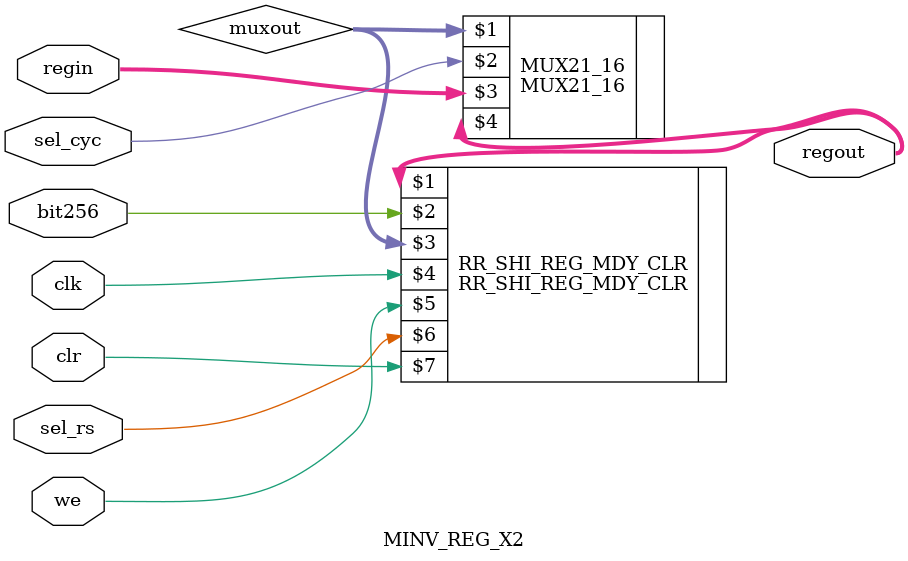
<source format=v>
module  MINV_REG_X2(regout,bit256,regin,clk,we,sel_cyc,sel_rs,clr);
  output [15:0] regout;
  input [15:0] regin;
  input  clk,we,sel_cyc,sel_rs,bit256,clr;
  wire [15:0] muxout;        

  //sel_cyc=0,select regin;sel_cyc=1,select regout.
  MUX21_16  MUX21_16(muxout,sel_cyc,regin,regout);
  
  //sel_rs=0,select muxout;sel_rs=1,select right shift 1bit.
  RR_SHI_REG_MDY_CLR  RR_SHI_REG_MDY_CLR(regout,bit256,muxout,clk,we,sel_rs,clr);
  
endmodule
</source>
